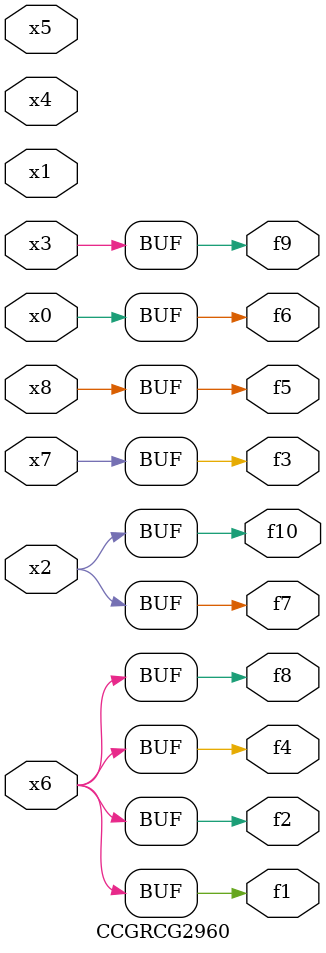
<source format=v>
module CCGRCG2960(
	input x0, x1, x2, x3, x4, x5, x6, x7, x8,
	output f1, f2, f3, f4, f5, f6, f7, f8, f9, f10
);
	assign f1 = x6;
	assign f2 = x6;
	assign f3 = x7;
	assign f4 = x6;
	assign f5 = x8;
	assign f6 = x0;
	assign f7 = x2;
	assign f8 = x6;
	assign f9 = x3;
	assign f10 = x2;
endmodule

</source>
